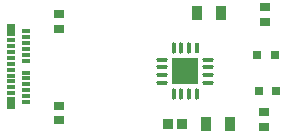
<source format=gtp>
G04*
G04 #@! TF.GenerationSoftware,Altium Limited,Altium Designer,21.2.2 (38)*
G04*
G04 Layer_Color=8421504*
%FSLAX25Y25*%
%MOIN*%
G70*
G04*
G04 #@! TF.SameCoordinates,D102F6C4-1F96-4035-BECF-554025CD0FF2*
G04*
G04*
G04 #@! TF.FilePolarity,Positive*
G04*
G01*
G75*
%ADD15R,0.02756X0.01181*%
%ADD16R,0.02756X0.03937*%
%ADD17R,0.03394X0.02894*%
%ADD18R,0.09055X0.09055*%
G04:AMPARAMS|DCode=19|XSize=15.75mil|YSize=37.4mil|CornerRadius=7.87mil|HoleSize=0mil|Usage=FLASHONLY|Rotation=270.000|XOffset=0mil|YOffset=0mil|HoleType=Round|Shape=RoundedRectangle|*
%AMROUNDEDRECTD19*
21,1,0.01575,0.02165,0,0,270.0*
21,1,0.00000,0.03740,0,0,270.0*
1,1,0.01575,-0.01083,0.00000*
1,1,0.01575,-0.01083,0.00000*
1,1,0.01575,0.01083,0.00000*
1,1,0.01575,0.01083,0.00000*
%
%ADD19ROUNDEDRECTD19*%
G04:AMPARAMS|DCode=20|XSize=37.4mil|YSize=15.75mil|CornerRadius=7.87mil|HoleSize=0mil|Usage=FLASHONLY|Rotation=270.000|XOffset=0mil|YOffset=0mil|HoleType=Round|Shape=RoundedRectangle|*
%AMROUNDEDRECTD20*
21,1,0.03740,0.00000,0,0,270.0*
21,1,0.02165,0.01575,0,0,270.0*
1,1,0.01575,0.00000,-0.01083*
1,1,0.01575,0.00000,0.01083*
1,1,0.01575,0.00000,0.01083*
1,1,0.01575,0.00000,-0.01083*
%
%ADD20ROUNDEDRECTD20*%
%ADD21R,0.01575X0.03740*%
%ADD22R,0.03765X0.04749*%
%ADD23R,0.03347X0.02756*%
%ADD24R,0.03150X0.03150*%
%ADD25R,0.03563X0.03568*%
D15*
X31575Y24532D02*
D03*
Y28468D02*
D03*
Y38311D02*
D03*
Y36342D02*
D03*
Y34374D02*
D03*
Y32405D02*
D03*
Y30437D02*
D03*
Y22563D02*
D03*
Y20595D02*
D03*
Y18626D02*
D03*
Y16657D02*
D03*
Y14689D02*
D03*
X26457Y17642D02*
D03*
Y19610D02*
D03*
Y21579D02*
D03*
Y23547D02*
D03*
Y25516D02*
D03*
Y27484D02*
D03*
Y29453D02*
D03*
Y31421D02*
D03*
Y33390D02*
D03*
Y35358D02*
D03*
D16*
Y38705D02*
D03*
Y14295D02*
D03*
D17*
X42500Y8654D02*
D03*
Y13500D02*
D03*
Y44000D02*
D03*
Y39154D02*
D03*
D18*
X84500Y25000D02*
D03*
D19*
X92276Y28839D02*
D03*
Y26280D02*
D03*
Y23720D02*
D03*
Y21161D02*
D03*
X76724D02*
D03*
Y23720D02*
D03*
Y26280D02*
D03*
Y28839D02*
D03*
D20*
X88339Y17224D02*
D03*
X85780D02*
D03*
X83220D02*
D03*
X80661D02*
D03*
Y32776D02*
D03*
X83220D02*
D03*
X85780D02*
D03*
D21*
X88339D02*
D03*
D22*
X99571Y7500D02*
D03*
X91500D02*
D03*
X96571Y44500D02*
D03*
X88500D02*
D03*
D23*
X111000Y41539D02*
D03*
Y46461D02*
D03*
X110823Y11461D02*
D03*
Y6539D02*
D03*
D24*
X108547Y30500D02*
D03*
X114453D02*
D03*
X109000Y18500D02*
D03*
X114906D02*
D03*
D25*
X83364Y7500D02*
D03*
X78636D02*
D03*
M02*

</source>
